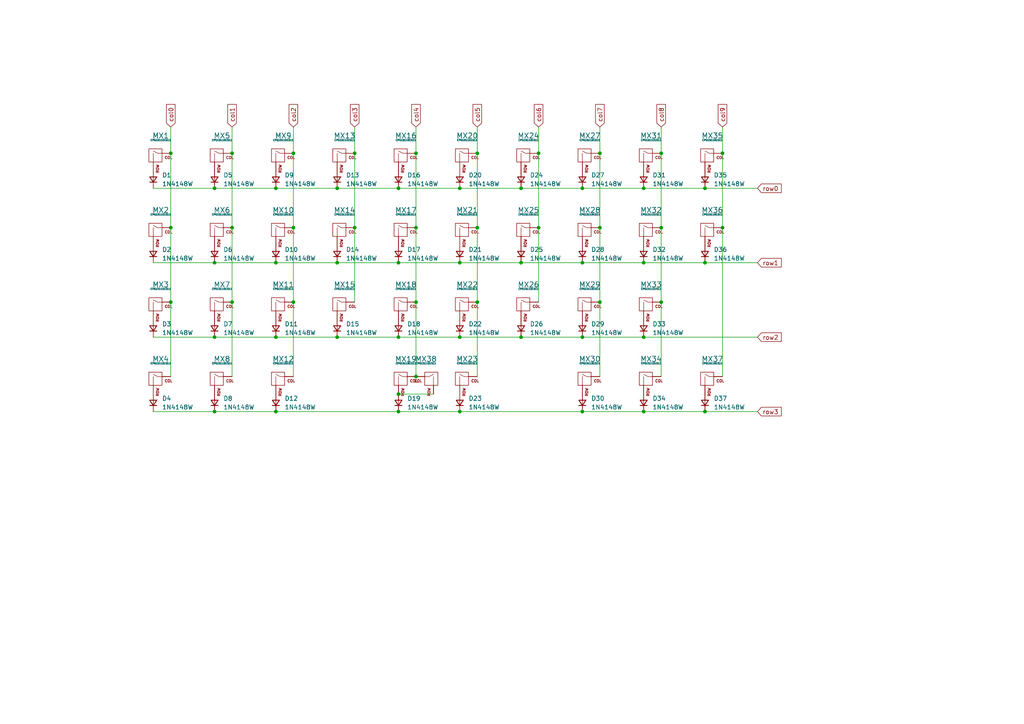
<source format=kicad_sch>
(kicad_sch (version 20230121) (generator eeschema)
  (paper "A4")
  (lib_symbols
    (symbol "Device:D_Small" (pin_numbers hide) (pin_names (offset 0.254) hide)
      (property "Reference" "D" (at -1.27 2.032 0))
      (property "Value" "D_Small" (at -3.81 -2.032 0))
      (symbol "D_Small_0_1"
        (polyline (pts (xy -0.762 -1.016) (xy -0.762 1.016)) (stroke (width 0.254)))
        (polyline (pts (xy -0.762 0) (xy 0.762 0)))
        (polyline (pts (xy 0.762 -1.016) (xy -0.762 0) (xy 0.762 1.016) (xy 0.762 -1.016)) (stroke (width 0.254)))
      )
      (symbol "D_Small_1_1"
        (pin passive line (at -2.54 0 0) (length 1.778) (name "K") (number "1"))
        (pin passive line (at 2.54 0 180) (length 1.778) (name "A") (number "2"))
      )
    )
    (symbol "cipulot_parts:MX-NoLED" (pin_names (offset 1.016))
      (property "Reference" "MX" (at -0.635 3.81 0))
      (property "Value" "MX-NoLED" (at -0.635 1.27 0))
      (symbol "MX-NoLED_0_0"
        (rectangle (start -2.54 2.54) (end 1.27 -1.27))
        (polyline (pts (xy -1.27 -1.27) (xy -1.27 1.27)) (stroke (width 0.127)))
        (polyline (pts (xy 1.27 1.27) (xy 0 1.27) (xy -1.27 1.905)) (stroke (width 0.127)))
        (text "COL" (at 3.175 0 0) (effects (font (size 0.762 0.762))))
        (text "ROW" (at 0 -1.905 900) (effects (font (size 0.762 0.762)) (justify right)))
      )
      (symbol "MX-NoLED_1_1"
        (pin passive line (at 3.81 1.27 180) (length 2.54) (name "COL") (number "1"))
        (pin passive line (at -1.27 -3.81 90) (length 2.54) (name "ROW") (number "2"))
      )
    )
  )
  (junction (at 120.65 44.45))
  (junction (at 168.91 54.61))
  (junction (at 102.87 66.04))
  (junction (at 186.69 54.61))
  (junction (at 186.69 76.2))
  (junction (at 156.21 66.04))
  (junction (at 138.43 44.45))
  (junction (at 173.99 44.45))
  (junction (at 168.91 76.2))
  (junction (at 85.09 87.63))
  (junction (at 62.23 119.38))
  (junction (at 151.13 54.61))
  (junction (at 151.13 97.79))
  (junction (at 115.57 97.79))
  (junction (at 204.47 119.38))
  (junction (at 97.79 76.2))
  (junction (at 120.65 87.63))
  (junction (at 49.53 44.45))
  (junction (at 133.35 97.79))
  (junction (at 186.69 119.38))
  (junction (at 133.35 54.61))
  (junction (at 204.47 76.2))
  (junction (at 80.01 119.38))
  (junction (at 120.65 109.22))
  (junction (at 138.43 87.63))
  (junction (at 156.21 44.45))
  (junction (at 80.01 76.2))
  (junction (at 209.55 66.04))
  (junction (at 85.09 44.45))
  (junction (at 186.69 97.79))
  (junction (at 138.43 66.04))
  (junction (at 173.99 66.04))
  (junction (at 115.57 119.38))
  (junction (at 67.31 44.45))
  (junction (at 49.53 66.04))
  (junction (at 191.77 66.04))
  (junction (at 80.01 54.61))
  (junction (at 49.53 87.63))
  (junction (at 191.77 44.45))
  (junction (at 133.35 119.38))
  (junction (at 168.91 97.79))
  (junction (at 191.77 87.63))
  (junction (at 62.23 76.2))
  (junction (at 120.65 66.04))
  (junction (at 62.23 97.79))
  (junction (at 67.31 87.63))
  (junction (at 67.31 66.04))
  (junction (at 85.09 66.04))
  (junction (at 97.79 97.79))
  (junction (at 80.01 97.79))
  (junction (at 102.87 44.45))
  (junction (at 173.99 87.63))
  (junction (at 204.47 54.61))
  (junction (at 209.55 44.45))
  (junction (at 115.57 76.2))
  (junction (at 133.35 76.2))
  (junction (at 97.79 54.61))
  (junction (at 168.91 119.38))
  (junction (at 115.57 114.3))
  (junction (at 115.57 54.61))
  (junction (at 151.13 76.2))
  (junction (at 62.23 54.61))
  (wire (pts (xy 120.65 44.45) (xy 120.65 66.04)))
  (wire (pts (xy 191.77 44.45) (xy 191.77 66.04)))
  (wire (pts (xy 191.77 66.04) (xy 191.77 87.63)))
  (wire (pts (xy 156.21 66.04) (xy 156.21 87.63)))
  (wire (pts (xy 80.01 76.2) (xy 62.23 76.2)))
  (wire (pts (xy 133.35 97.79) (xy 151.13 97.79)))
  (wire (pts (xy 138.43 87.63) (xy 138.43 109.22)))
  (wire (pts (xy 168.91 76.2) (xy 151.13 76.2)))
  (wire (pts (xy 44.45 119.38) (xy 62.23 119.38)))
  (wire (pts (xy 204.47 54.61) (xy 219.71 54.61)))
  (wire (pts (xy 120.65 87.63) (xy 120.65 109.22)))
  (wire (pts (xy 49.53 66.04) (xy 49.53 87.63)))
  (wire (pts (xy 168.91 97.79) (xy 186.69 97.79)))
  (wire (pts (xy 133.35 119.38) (xy 168.91 119.38)))
  (wire (pts (xy 156.21 44.45) (xy 156.21 66.04)))
  (wire (pts (xy 209.55 36.83) (xy 209.55 44.45)))
  (wire (pts (xy 67.31 44.45) (xy 67.31 66.04)))
  (wire (pts (xy 120.65 66.04) (xy 120.65 87.63)))
  (wire (pts (xy 49.53 36.83) (xy 49.53 44.45)))
  (wire (pts (xy 209.55 66.04) (xy 209.55 109.22)))
  (wire (pts (xy 67.31 66.04) (xy 67.31 87.63)))
  (wire (pts (xy 156.21 36.83) (xy 156.21 44.45)))
  (wire (pts (xy 138.43 44.45) (xy 138.43 66.04)))
  (wire (pts (xy 115.57 119.38) (xy 133.35 119.38)))
  (wire (pts (xy 115.57 114.3) (xy 125.73 114.3)))
  (wire (pts (xy 102.87 36.83) (xy 102.87 44.45)))
  (wire (pts (xy 186.69 54.61) (xy 204.47 54.61)))
  (wire (pts (xy 80.01 97.79) (xy 97.79 97.79)))
  (wire (pts (xy 97.79 76.2) (xy 80.01 76.2)))
  (wire (pts (xy 102.87 66.04) (xy 102.87 87.63)))
  (wire (pts (xy 102.87 44.45) (xy 102.87 66.04)))
  (wire (pts (xy 115.57 54.61) (xy 133.35 54.61)))
  (wire (pts (xy 67.31 36.83) (xy 67.31 44.45)))
  (wire (pts (xy 85.09 87.63) (xy 85.09 109.22)))
  (wire (pts (xy 62.23 54.61) (xy 80.01 54.61)))
  (wire (pts (xy 168.91 119.38) (xy 186.69 119.38)))
  (wire (pts (xy 173.99 44.45) (xy 173.99 66.04)))
  (wire (pts (xy 62.23 97.79) (xy 80.01 97.79)))
  (wire (pts (xy 85.09 44.45) (xy 85.09 66.04)))
  (wire (pts (xy 151.13 54.61) (xy 168.91 54.61)))
  (wire (pts (xy 97.79 97.79) (xy 115.57 97.79)))
  (wire (pts (xy 133.35 54.61) (xy 151.13 54.61)))
  (wire (pts (xy 168.91 54.61) (xy 186.69 54.61)))
  (wire (pts (xy 120.65 36.83) (xy 120.65 44.45)))
  (wire (pts (xy 191.77 87.63) (xy 191.77 109.22)))
  (wire (pts (xy 138.43 66.04) (xy 138.43 87.63)))
  (wire (pts (xy 49.53 87.63) (xy 49.53 109.22)))
  (wire (pts (xy 173.99 87.63) (xy 173.99 109.22)))
  (wire (pts (xy 186.69 97.79) (xy 219.71 97.79)))
  (wire (pts (xy 133.35 76.2) (xy 115.57 76.2)))
  (wire (pts (xy 204.47 76.2) (xy 186.69 76.2)))
  (wire (pts (xy 44.45 97.79) (xy 62.23 97.79)))
  (wire (pts (xy 219.71 76.2) (xy 204.47 76.2)))
  (wire (pts (xy 204.47 119.38) (xy 219.71 119.38)))
  (wire (pts (xy 115.57 76.2) (xy 97.79 76.2)))
  (wire (pts (xy 173.99 36.83) (xy 173.99 44.45)))
  (wire (pts (xy 173.99 66.04) (xy 173.99 87.63)))
  (wire (pts (xy 97.79 54.61) (xy 115.57 54.61)))
  (wire (pts (xy 85.09 66.04) (xy 85.09 87.63)))
  (wire (pts (xy 186.69 76.2) (xy 168.91 76.2)))
  (wire (pts (xy 44.45 54.61) (xy 62.23 54.61)))
  (wire (pts (xy 186.69 119.38) (xy 204.47 119.38)))
  (wire (pts (xy 115.57 97.79) (xy 133.35 97.79)))
  (wire (pts (xy 80.01 119.38) (xy 115.57 119.38)))
  (wire (pts (xy 67.31 87.63) (xy 67.31 109.22)))
  (wire (pts (xy 62.23 119.38) (xy 80.01 119.38)))
  (wire (pts (xy 138.43 36.83) (xy 138.43 44.45)))
  (wire (pts (xy 85.09 36.83) (xy 85.09 44.45)))
  (wire (pts (xy 62.23 76.2) (xy 44.45 76.2)))
  (wire (pts (xy 49.53 44.45) (xy 49.53 66.04)))
  (wire (pts (xy 151.13 76.2) (xy 133.35 76.2)))
  (wire (pts (xy 80.01 54.61) (xy 97.79 54.61)))
  (wire (pts (xy 209.55 44.45) (xy 209.55 66.04)))
  (wire (pts (xy 191.77 36.83) (xy 191.77 44.45)))
  (wire (pts (xy 151.13 97.79) (xy 168.91 97.79)))
  (global_label "col0" (shape input) (at 49.53 36.83 90) (property "Intersheetrefs" "${INTERSHEET_REFS}" (effects hide)))
  (global_label "col9" (shape input) (at 209.55 36.83 90) (property "Intersheetrefs" "${INTERSHEET_REFS}" (effects hide)))
  (global_label "row0" (shape input) (at 219.71 54.61 0) (property "Intersheetrefs" "${INTERSHEET_REFS}" (effects hide)))
  (global_label "col3" (shape input) (at 102.87 36.83 90) (property "Intersheetrefs" "${INTERSHEET_REFS}" (effects hide)))
  (global_label "col6" (shape input) (at 156.21 36.83 90) (property "Intersheetrefs" "${INTERSHEET_REFS}" (effects hide)))
  (global_label "col7" (shape input) (at 173.99 36.83 90) (property "Intersheetrefs" "${INTERSHEET_REFS}" (effects hide)))
  (global_label "col4" (shape input) (at 120.65 36.83 90) (property "Intersheetrefs" "${INTERSHEET_REFS}" (effects hide)))
  (global_label "row3" (shape input) (at 219.71 119.38 0) (property "Intersheetrefs" "${INTERSHEET_REFS}" (effects hide)))
  (global_label "row2" (shape input) (at 219.71 97.79 0) (property "Intersheetrefs" "${INTERSHEET_REFS}" (effects hide)))
  (global_label "row1" (shape input) (at 219.71 76.2 0) (property "Intersheetrefs" "${INTERSHEET_REFS}" (effects hide)))
  (global_label "col5" (shape input) (at 138.43 36.83 90) (property "Intersheetrefs" "${INTERSHEET_REFS}" (effects hide)))
  (global_label "col1" (shape input) (at 67.31 36.83 90) (property "Intersheetrefs" "${INTERSHEET_REFS}" (effects hide)))
  (global_label "col2" (shape input) (at 85.09 36.83 90) (property "Intersheetrefs" "${INTERSHEET_REFS}" (effects hide)))
  (global_label "col8" (shape input) (at 191.77 36.83 90) (property "Intersheetrefs" "${INTERSHEET_REFS}" (effects hide)))
  (symbol (lib_id "cipulot_parts:MX-NoLED") (at 116.84 110.49 0) (unit 1)
    (property "Reference" "MX19" (at 117.7256 104.14 0) (effects (font (size 1.524 1.524))))
    (property "Value" "CPG151101S11" (at 117.7256 105.41 0) (effects (font (size 0.508 0.508))))
    (property "Footprint" "MX_Only:MXOnly-2U-Hotswap-ReversedStabilizers" (effects hide))
    (property "LCSC" "C2803348" (effects hide))
  )
  (symbol (lib_id "Device:D_Small") (at 204.47 52.07 90) (unit 1)
    (property "Reference" "D35" (at 207.01 50.8 90) (effects (justify right)))
    (property "Value" "1N4148W" (at 207.01 53.34 90) (effects (justify right)))
    (property "Footprint" "Diode_SMD:D_SOD-123" (effects hide))
  )
  (symbol (lib_id "cipulot_parts:MX-NoLED") (at 124.46 110.49 0) (mirror y) (unit 1)
    (property "Reference" "MX38" (at 123.5744 104.14 0) (effects (font (size 1.524 1.524))))
    (property "Value" "CPG151101S11" (at 123.5744 105.41 0) (effects (font (size 0.508 0.508))))
    (property "Footprint" "MX_Only:MXOnly-2U-Hotswap-ReversedStabilizers" (effects hide))
    (property "LCSC" "C2803348" (effects hide))
    (property "Note" "Footprint modified to accommodate 4u reversed stabilizer" (effects hide))
  )
  (symbol (lib_id "Device:D_Small") (at 186.69 73.66 90) (unit 1)
    (property "Reference" "D32" (at 189.23 72.39 90) (effects (justify right)))
    (property "Value" "1N4148W" (at 189.23 74.93 90) (effects (justify right)))
    (property "Footprint" "Diode_SMD:D_SOD-123" (effects hide))
  )
  (symbol (lib_id "Device:D_Small") (at 133.35 52.07 90) (unit 1)
    (property "Reference" "D20" (at 135.89 50.8 90) (effects (justify right)))
    (property "Value" "1N4148W" (at 135.89 53.34 90) (effects (justify right)))
    (property "Footprint" "Diode_SMD:D_SOD-123" (effects hide))
  )
  (symbol (lib_id "Device:D_Small") (at 186.69 116.84 90) (unit 1)
    (property "Reference" "D34" (at 189.23 115.57 90) (effects (justify right)))
    (property "Value" "1N4148W" (at 189.23 118.11 90) (effects (justify right)))
    (property "Footprint" "Diode_SMD:D_SOD-123" (effects hide))
  )
  (symbol (lib_id "Device:D_Small") (at 44.45 95.25 90) (unit 1)
    (property "Reference" "D3" (at 46.99 93.98 90) (effects (justify right)))
    (property "Value" "1N4148W" (at 46.99 96.52 90) (effects (justify right)))
    (property "Footprint" "Diode_SMD:D_SOD-123" (effects hide))
  )
  (symbol (lib_id "cipulot_parts:MX-NoLED") (at 205.74 45.72 0) (unit 1)
    (property "Reference" "MX35" (at 206.6256 39.37 0) (effects (font (size 1.524 1.524))))
    (property "Value" "CPG151101S11" (at 206.6256 40.64 0) (effects (font (size 0.508 0.508))))
    (property "Footprint" "MX_Only:MXOnly-1.5U-Hotswap" (effects hide))
    (property "LCSC" "C2803348" (effects hide))
  )
  (symbol (lib_id "cipulot_parts:MX-NoLED") (at 170.18 110.49 0) (unit 1)
    (property "Reference" "MX30" (at 171.0656 104.14 0) (effects (font (size 1.524 1.524))))
    (property "Value" "CPG151101S11" (at 171.0656 105.41 0) (effects (font (size 0.508 0.508))))
    (property "Footprint" "MX_Only:MXOnly-1U-Hotswap" (effects hide))
    (property "LCSC" "C2803348" (effects hide))
  )
  (symbol (lib_id "Device:D_Small") (at 115.57 73.66 90) (unit 1)
    (property "Reference" "D17" (at 118.11 72.39 90) (effects (justify right)))
    (property "Value" "1N4148W" (at 118.11 74.93 90) (effects (justify right)))
    (property "Footprint" "Diode_SMD:D_SOD-123" (effects hide))
  )
  (symbol (lib_id "cipulot_parts:MX-NoLED") (at 187.96 88.9 0) (unit 1)
    (property "Reference" "MX33" (at 188.8456 82.55 0) (effects (font (size 1.524 1.524))))
    (property "Value" "CPG151101S11" (at 188.8456 83.82 0) (effects (font (size 0.508 0.508))))
    (property "Footprint" "MX_Only:MXOnly-1.75U-Hotswap" (effects hide))
    (property "LCSC" "C2803348" (effects hide))
  )
  (symbol (lib_id "Device:D_Small") (at 133.35 73.66 90) (unit 1)
    (property "Reference" "D21" (at 135.89 72.39 90) (effects (justify right)))
    (property "Value" "1N4148W" (at 135.89 74.93 90) (effects (justify right)))
    (property "Footprint" "Diode_SMD:D_SOD-123" (effects hide))
  )
  (symbol (lib_id "cipulot_parts:MX-NoLED") (at 81.28 88.9 0) (unit 1)
    (property "Reference" "MX11" (at 82.1656 82.55 0) (effects (font (size 1.524 1.524))))
    (property "Value" "CPG151101S11" (at 82.1656 83.82 0) (effects (font (size 0.508 0.508))))
    (property "Footprint" "MX_Only:MXOnly-1U-Hotswap" (effects hide))
    (property "LCSC" "C2803348" (effects hide))
  )
  (symbol (lib_id "Device:D_Small") (at 115.57 95.25 90) (unit 1)
    (property "Reference" "D18" (at 118.11 93.98 90) (effects (justify right)))
    (property "Value" "1N4148W" (at 118.11 96.52 90) (effects (justify right)))
    (property "Footprint" "Diode_SMD:D_SOD-123" (effects hide))
  )
  (symbol (lib_id "Device:D_Small") (at 168.91 116.84 90) (unit 1)
    (property "Reference" "D30" (at 171.45 115.57 90) (effects (justify right)))
    (property "Value" "1N4148W" (at 171.45 118.11 90) (effects (justify right)))
    (property "Footprint" "Diode_SMD:D_SOD-123" (effects hide))
  )
  (symbol (lib_id "cipulot_parts:MX-NoLED") (at 63.5 45.72 0) (unit 1)
    (property "Reference" "MX5" (at 64.3856 39.37 0) (effects (font (size 1.524 1.524))))
    (property "Value" "CPG151101S11" (at 64.3856 40.64 0) (effects (font (size 0.508 0.508))))
    (property "Footprint" "MX_Only:MXOnly-1U-Hotswap" (effects hide))
    (property "LCSC" "C2803348" (effects hide))
  )
  (symbol (lib_id "cipulot_parts:MX-NoLED") (at 152.4 88.9 0) (unit 1)
    (property "Reference" "MX26" (at 153.2856 82.55 0) (effects (font (size 1.524 1.524))))
    (property "Value" "CPG151101S11" (at 153.2856 83.82 0) (effects (font (size 0.508 0.508))))
    (property "Footprint" "MX_Only:MXOnly-1U-Hotswap" (effects hide))
    (property "LCSC" "C2803348" (effects hide))
  )
  (symbol (lib_id "cipulot_parts:MX-NoLED") (at 205.74 67.31 0) (unit 1)
    (property "Reference" "MX36" (at 206.6256 60.96 0) (effects (font (size 1.524 1.524))))
    (property "Value" "CPG151101S11" (at 206.6256 62.23 0) (effects (font (size 0.508 0.508))))
    (property "Footprint" "MX_Only:MXOnly-1.25U-Hotswap" (effects hide))
    (property "LCSC" "C2803348" (effects hide))
  )
  (symbol (lib_id "cipulot_parts:MX-NoLED") (at 170.18 45.72 0) (unit 1)
    (property "Reference" "MX27" (at 171.0656 39.37 0) (effects (font (size 1.524 1.524))))
    (property "Value" "CPG151101S11" (at 171.0656 40.64 0) (effects (font (size 0.508 0.508))))
    (property "Footprint" "MX_Only:MXOnly-1U-Hotswap" (effects hide))
    (property "LCSC" "C2803348" (effects hide))
  )
  (symbol (lib_id "Device:D_Small") (at 186.69 95.25 90) (unit 1)
    (property "Reference" "D33" (at 189.23 93.98 90) (effects (justify right)))
    (property "Value" "1N4148W" (at 189.23 96.52 90) (effects (justify right)))
    (property "Footprint" "Diode_SMD:D_SOD-123" (effects hide))
  )
  (symbol (lib_id "Device:D_Small") (at 115.57 52.07 90) (unit 1)
    (property "Reference" "D16" (at 118.11 50.8 90) (effects (justify right)))
    (property "Value" "1N4148W" (at 118.11 53.34 90) (effects (justify right)))
    (property "Footprint" "Diode_SMD:D_SOD-123" (effects hide))
  )
  (symbol (lib_id "cipulot_parts:MX-NoLED") (at 45.72 45.72 0) (unit 1)
    (property "Reference" "MX1" (at 46.6056 39.37 0) (effects (font (size 1.524 1.524))))
    (property "Value" "CPG151101S11" (at 46.6056 40.64 0) (effects (font (size 0.508 0.508))))
    (property "Footprint" "MX_Only:MXOnly-1U-Hotswap" (effects hide))
    (property "Datasheet" "https://datasheet.lcsc.com/lcsc/2202281830_Kailh-CPG151101S11_C2803348.pdf" (effects hide))
    (property "LCSC" "C2803348" (effects hide))
  )
  (symbol (lib_id "cipulot_parts:MX-NoLED") (at 116.84 88.9 0) (unit 1)
    (property "Reference" "MX18" (at 117.7256 82.55 0) (effects (font (size 1.524 1.524))))
    (property "Value" "CPG151101S11" (at 117.7256 83.82 0) (effects (font (size 0.508 0.508))))
    (property "Footprint" "MX_Only:MXOnly-1U-Hotswap" (effects hide))
    (property "LCSC" "C2803348" (effects hide))
  )
  (symbol (lib_id "Device:D_Small") (at 133.35 116.84 90) (unit 1)
    (property "Reference" "D23" (at 135.89 115.57 90) (effects (justify right)))
    (property "Value" "1N4148W" (at 135.89 118.11 90) (effects (justify right)))
    (property "Footprint" "Diode_SMD:D_SOD-123" (effects hide))
  )
  (symbol (lib_id "Device:D_Small") (at 168.91 73.66 90) (unit 1)
    (property "Reference" "D28" (at 171.45 72.39 90) (effects (justify right)))
    (property "Value" "1N4148W" (at 171.45 74.93 90) (effects (justify right)))
    (property "Footprint" "Diode_SMD:D_SOD-123" (effects hide))
  )
  (symbol (lib_id "cipulot_parts:MX-NoLED") (at 187.96 110.49 0) (unit 1)
    (property "Reference" "MX34" (at 188.8456 104.14 0) (effects (font (size 1.524 1.524))))
    (property "Value" "CPG151101S11" (at 188.8456 105.41 0) (effects (font (size 0.508 0.508))))
    (property "Footprint" "MX_Only:MXOnly-1U-Hotswap" (effects hide))
    (property "LCSC" "C2803348" (effects hide))
  )
  (symbol (lib_id "cipulot_parts:MX-NoLED") (at 152.4 45.72 0) (unit 1)
    (property "Reference" "MX24" (at 153.2856 39.37 0) (effects (font (size 1.524 1.524))))
    (property "Value" "CPG151101S11" (at 153.2856 40.64 0) (effects (font (size 0.508 0.508))))
    (property "Footprint" "MX_Only:MXOnly-1U-Hotswap" (effects hide))
    (property "LCSC" "C2803348" (effects hide))
  )
  (symbol (lib_id "cipulot_parts:MX-NoLED") (at 45.72 88.9 0) (unit 1)
    (property "Reference" "MX3" (at 46.6056 82.55 0) (effects (font (size 1.524 1.524))))
    (property "Value" "CPG151101S11" (at 46.6056 83.82 0) (effects (font (size 0.508 0.508))))
    (property "Footprint" "MX_Only:MXOnly-1.75U-Hotswap" (effects hide))
    (property "LCSC" "C2803348" (effects hide))
  )
  (symbol (lib_id "Device:D_Small") (at 151.13 52.07 90) (unit 1)
    (property "Reference" "D24" (at 153.67 50.8 90) (effects (justify right)))
    (property "Value" "1N4148W" (at 153.67 53.34 90) (effects (justify right)))
    (property "Footprint" "Diode_SMD:D_SOD-123" (effects hide))
  )
  (symbol (lib_id "cipulot_parts:MX-NoLED") (at 45.72 110.49 0) (unit 1)
    (property "Reference" "MX4" (at 46.6056 104.14 0) (effects (font (size 1.524 1.524))))
    (property "Value" "CPG151101S11" (at 46.6056 105.41 0) (effects (font (size 0.508 0.508))))
    (property "Footprint" "MX_Only:MXOnly-1U-Hotswap" (effects hide))
    (property "LCSC" "C2803348" (effects hide))
  )
  (symbol (lib_id "cipulot_parts:MX-NoLED") (at 170.18 88.9 0) (unit 1)
    (property "Reference" "MX29" (at 171.0656 82.55 0) (effects (font (size 1.524 1.524))))
    (property "Value" "CPG151101S11" (at 171.0656 83.82 0) (effects (font (size 0.508 0.508))))
    (property "Footprint" "MX_Only:MXOnly-1U-Hotswap" (effects hide))
    (property "LCSC" "C2803348" (effects hide))
  )
  (symbol (lib_id "Device:D_Small") (at 204.47 116.84 90) (unit 1)
    (property "Reference" "D37" (at 207.01 115.57 90) (effects (justify right)))
    (property "Value" "1N4148W" (at 207.01 118.11 90) (effects (justify right)))
    (property "Footprint" "Diode_SMD:D_SOD-123" (effects hide))
  )
  (symbol (lib_id "Device:D_Small") (at 97.79 52.07 90) (unit 1)
    (property "Reference" "D13" (at 100.33 50.8 90) (effects (justify right)))
    (property "Value" "1N4148W" (at 100.33 53.34 90) (effects (justify right)))
    (property "Footprint" "Diode_SMD:D_SOD-123" (effects hide))
  )
  (symbol (lib_id "cipulot_parts:MX-NoLED") (at 187.96 67.31 0) (unit 1)
    (property "Reference" "MX32" (at 188.8456 60.96 0) (effects (font (size 1.524 1.524))))
    (property "Value" "CPG151101S11" (at 188.8456 62.23 0) (effects (font (size 0.508 0.508))))
    (property "Footprint" "MX_Only:MXOnly-1U-Hotswap" (effects hide))
    (property "LCSC" "C2803348" (effects hide))
  )
  (symbol (lib_id "Device:D_Small") (at 62.23 52.07 90) (unit 1)
    (property "Reference" "D5" (at 64.77 50.8 90) (effects (justify right)))
    (property "Value" "1N4148W" (at 64.77 53.34 90) (effects (justify right)))
    (property "Footprint" "Diode_SMD:D_SOD-123" (effects hide))
  )
  (symbol (lib_id "cipulot_parts:MX-NoLED") (at 99.06 67.31 0) (unit 1)
    (property "Reference" "MX14" (at 99.9456 60.96 0) (effects (font (size 1.524 1.524))))
    (property "Value" "CPG151101S11" (at 99.9456 62.23 0) (effects (font (size 0.508 0.508))))
    (property "Footprint" "MX_Only:MXOnly-1U-Hotswap" (effects hide))
    (property "LCSC" "C2803348" (effects hide))
  )
  (symbol (lib_id "Device:D_Small") (at 44.45 52.07 90) (unit 1)
    (property "Reference" "D1" (at 46.99 50.8 90) (effects (justify right)))
    (property "Value" "1N4148W" (at 46.99 53.34 90) (effects (justify right)))
    (property "Footprint" "Diode_SMD:D_SOD-123" (effects hide))
  )
  (symbol (lib_id "Device:D_Small") (at 133.35 95.25 90) (unit 1)
    (property "Reference" "D22" (at 135.89 93.98 90) (effects (justify right)))
    (property "Value" "1N4148W" (at 135.89 96.52 90) (effects (justify right)))
    (property "Footprint" "Diode_SMD:D_SOD-123" (effects hide))
  )
  (symbol (lib_id "Device:D_Small") (at 44.45 116.84 90) (unit 1)
    (property "Reference" "D4" (at 46.99 115.57 90) (effects (justify right)))
    (property "Value" "1N4148W" (at 46.99 118.11 90) (effects (justify right)))
    (property "Footprint" "Diode_SMD:D_SOD-123" (effects hide))
  )
  (symbol (lib_id "Device:D_Small") (at 186.69 52.07 90) (unit 1)
    (property "Reference" "D31" (at 189.23 50.8 90) (effects (justify right)))
    (property "Value" "1N4148W" (at 189.23 53.34 90) (effects (justify right)))
    (property "Footprint" "Diode_SMD:D_SOD-123" (effects hide))
  )
  (symbol (lib_id "Device:D_Small") (at 80.01 116.84 90) (unit 1)
    (property "Reference" "D12" (at 82.55 115.57 90) (effects (justify right)))
    (property "Value" "1N4148W" (at 82.55 118.11 90) (effects (justify right)))
    (property "Footprint" "Diode_SMD:D_SOD-123" (effects hide))
  )
  (symbol (lib_id "Device:D_Small") (at 62.23 73.66 90) (unit 1)
    (property "Reference" "D6" (at 64.77 72.39 90) (effects (justify right)))
    (property "Value" "1N4148W" (at 64.77 74.93 90) (effects (justify right)))
    (property "Footprint" "Diode_SMD:D_SOD-123" (effects hide))
  )
  (symbol (lib_id "cipulot_parts:MX-NoLED") (at 99.06 45.72 0) (unit 1)
    (property "Reference" "MX13" (at 99.9456 39.37 0) (effects (font (size 1.524 1.524))))
    (property "Value" "CPG151101S11" (at 99.9456 40.64 0) (effects (font (size 0.508 0.508))))
    (property "Footprint" "MX_Only:MXOnly-1U-Hotswap" (effects hide))
    (property "LCSC" "C2803348" (effects hide))
  )
  (symbol (lib_id "cipulot_parts:MX-NoLED") (at 134.62 45.72 0) (unit 1)
    (property "Reference" "MX20" (at 135.5056 39.37 0) (effects (font (size 1.524 1.524))))
    (property "Value" "CPG151101S11" (at 135.5056 40.64 0) (effects (font (size 0.508 0.508))))
    (property "Footprint" "MX_Only:MXOnly-1U-Hotswap" (effects hide))
    (property "LCSC" "C2803348" (effects hide))
  )
  (symbol (lib_id "cipulot_parts:MX-NoLED") (at 134.62 110.49 0) (unit 1)
    (property "Reference" "MX23" (at 135.5056 104.14 0) (effects (font (size 1.524 1.524))))
    (property "Value" "CPG151101S11" (at 135.5056 105.41 0) (effects (font (size 0.508 0.508))))
    (property "Footprint" "MX_Only:MXOnly-2U-Hotswap-ReversedStabilizers" (effects hide))
    (property "LCSC" "C2803348" (effects hide))
  )
  (symbol (lib_id "cipulot_parts:MX-NoLED") (at 63.5 67.31 0) (unit 1)
    (property "Reference" "MX6" (at 64.3856 60.96 0) (effects (font (size 1.524 1.524))))
    (property "Value" "CPG151101S11" (at 64.3856 62.23 0) (effects (font (size 0.508 0.508))))
    (property "Footprint" "MX_Only:MXOnly-1U-Hotswap" (effects hide))
    (property "LCSC" "C2803348" (effects hide))
  )
  (symbol (lib_id "cipulot_parts:MX-NoLED") (at 187.96 45.72 0) (unit 1)
    (property "Reference" "MX31" (at 188.8456 39.37 0) (effects (font (size 1.524 1.524))))
    (property "Value" "CPG151101S11" (at 188.8456 40.64 0) (effects (font (size 0.508 0.508))))
    (property "Footprint" "MX_Only:MXOnly-1U-Hotswap" (effects hide))
    (property "LCSC" "C2803348" (effects hide))
  )
  (symbol (lib_id "cipulot_parts:MX-NoLED") (at 205.74 110.49 0) (unit 1)
    (property "Reference" "MX37" (at 206.6256 104.14 0) (effects (font (size 1.524 1.524))))
    (property "Value" "CPG151101S11" (at 206.6256 105.41 0) (effects (font (size 0.508 0.508))))
    (property "Footprint" "MX_Only:MXOnly-1U-Hotswap" (effects hide))
    (property "LCSC" "C2803348" (effects hide))
  )
  (symbol (lib_id "cipulot_parts:MX-NoLED") (at 134.62 88.9 0) (unit 1)
    (property "Reference" "MX22" (at 135.5056 82.55 0) (effects (font (size 1.524 1.524))))
    (property "Value" "CPG151101S11" (at 135.5056 83.82 0) (effects (font (size 0.508 0.508))))
    (property "Footprint" "MX_Only:MXOnly-1U-Hotswap" (effects hide))
    (property "LCSC" "C2803348" (effects hide))
  )
  (symbol (lib_id "cipulot_parts:MX-NoLED") (at 81.28 45.72 0) (unit 1)
    (property "Reference" "MX9" (at 82.1656 39.37 0) (effects (font (size 1.524 1.524))))
    (property "Value" "CPG151101S11" (at 82.1656 40.64 0) (effects (font (size 0.508 0.508))))
    (property "Footprint" "MX_Only:MXOnly-1U-Hotswap" (effects hide))
    (property "LCSC" "C2803348" (effects hide))
  )
  (symbol (lib_id "Device:D_Small") (at 115.57 116.84 90) (unit 1)
    (property "Reference" "D19" (at 118.11 115.57 90) (effects (justify right)))
    (property "Value" "1N4148W" (at 118.11 118.11 90) (effects (justify right)))
    (property "Footprint" "Diode_SMD:D_SOD-123" (effects hide))
  )
  (symbol (lib_id "cipulot_parts:MX-NoLED") (at 63.5 110.49 0) (unit 1)
    (property "Reference" "MX8" (at 64.3856 104.14 0) (effects (font (size 1.524 1.524))))
    (property "Value" "CPG151101S11" (at 64.3856 105.41 0) (effects (font (size 0.508 0.508))))
    (property "Footprint" "MX_Only:MXOnly-1U-Hotswap" (effects hide))
    (property "LCSC" "C2803348" (effects hide))
  )
  (symbol (lib_id "Device:D_Small") (at 151.13 73.66 90) (unit 1)
    (property "Reference" "D25" (at 153.67 72.39 90) (effects (justify right)))
    (property "Value" "1N4148W" (at 153.67 74.93 90) (effects (justify right)))
    (property "Footprint" "Diode_SMD:D_SOD-123" (effects hide))
  )
  (symbol (lib_id "cipulot_parts:MX-NoLED") (at 116.84 45.72 0) (unit 1)
    (property "Reference" "MX16" (at 117.7256 39.37 0) (effects (font (size 1.524 1.524))))
    (property "Value" "CPG151101S11" (at 117.7256 40.64 0) (effects (font (size 0.508 0.508))))
    (property "Footprint" "MX_Only:MXOnly-1U-Hotswap" (effects hide))
    (property "LCSC" "C2803348" (effects hide))
  )
  (symbol (lib_id "cipulot_parts:MX-NoLED") (at 81.28 110.49 0) (unit 1)
    (property "Reference" "MX12" (at 82.1656 104.14 0) (effects (font (size 1.524 1.524))))
    (property "Value" "CPG151101S11" (at 82.1656 105.41 0) (effects (font (size 0.508 0.508))))
    (property "Footprint" "MX_Only:MXOnly-1U-Hotswap" (effects hide))
    (property "LCSC" "C2803348" (effects hide))
  )
  (symbol (lib_id "Device:D_Small") (at 62.23 95.25 90) (unit 1)
    (property "Reference" "D7" (at 64.77 93.98 90) (effects (justify right)))
    (property "Value" "1N4148W" (at 64.77 96.52 90) (effects (justify right)))
    (property "Footprint" "Diode_SMD:D_SOD-123" (effects hide))
  )
  (symbol (lib_id "Device:D_Small") (at 80.01 95.25 90) (unit 1)
    (property "Reference" "D11" (at 82.55 93.98 90) (effects (justify right)))
    (property "Value" "1N4148W" (at 82.55 96.52 90) (effects (justify right)))
    (property "Footprint" "Diode_SMD:D_SOD-123" (effects hide))
  )
  (symbol (lib_id "Device:D_Small") (at 97.79 95.25 90) (unit 1)
    (property "Reference" "D15" (at 100.33 93.98 90) (effects (justify right)))
    (property "Value" "1N4148W" (at 100.33 96.52 90) (effects (justify right)))
    (property "Footprint" "Diode_SMD:D_SOD-123" (effects hide))
  )
  (symbol (lib_id "Device:D_Small") (at 97.79 73.66 90) (unit 1)
    (property "Reference" "D14" (at 100.33 72.39 90) (effects (justify right)))
    (property "Value" "1N4148W" (at 100.33 74.93 90) (effects (justify right)))
    (property "Footprint" "Diode_SMD:D_SOD-123" (effects hide))
  )
  (symbol (lib_id "Device:D_Small") (at 151.13 95.25 90) (unit 1)
    (property "Reference" "D26" (at 153.67 93.98 90) (effects (justify right)))
    (property "Value" "1N4148W" (at 153.67 96.52 90) (effects (justify right)))
    (property "Footprint" "Diode_SMD:D_SOD-123" (effects hide))
  )
  (symbol (lib_id "cipulot_parts:MX-NoLED") (at 99.06 88.9 0) (unit 1)
    (property "Reference" "MX15" (at 99.9456 82.55 0) (effects (font (size 1.524 1.524))))
    (property "Value" "CPG151101S11" (at 99.9456 83.82 0) (effects (font (size 0.508 0.508))))
    (property "Footprint" "MX_Only:MXOnly-1U-Hotswap" (effects hide))
    (property "LCSC" "C2803348" (effects hide))
  )
  (symbol (lib_id "cipulot_parts:MX-NoLED") (at 152.4 67.31 0) (unit 1)
    (property "Reference" "MX25" (at 153.2856 60.96 0) (effects (font (size 1.524 1.524))))
    (property "Value" "CPG151101S11" (at 153.2856 62.23 0) (effects (font (size 0.508 0.508))))
    (property "Footprint" "MX_Only:MXOnly-1U-Hotswap" (effects hide))
    (property "LCSC" "C2803348" (effects hide))
  )
  (symbol (lib_id "cipulot_parts:MX-NoLED") (at 45.72 67.31 0) (unit 1)
    (property "Reference" "MX2" (at 46.6056 60.96 0) (effects (font (size 1.524 1.524))))
    (property "Value" "CPG151101S11" (at 46.6056 62.23 0) (effects (font (size 0.508 0.508))))
    (property "Footprint" "MX_Only:MXOnly-1.25U-Hotswap" (effects hide))
    (property "LCSC" "C2803348" (effects hide))
  )
  (symbol (lib_id "cipulot_parts:MX-NoLED") (at 116.84 67.31 0) (unit 1)
    (property "Reference" "MX17" (at 117.7256 60.96 0) (effects (font (size 1.524 1.524))))
    (property "Value" "CPG151101S11" (at 117.7256 62.23 0) (effects (font (size 0.508 0.508))))
    (property "Footprint" "MX_Only:MXOnly-1U-Hotswap" (effects hide))
    (property "LCSC" "C2803348" (effects hide))
  )
  (symbol (lib_id "Device:D_Small") (at 80.01 52.07 90) (unit 1)
    (property "Reference" "D9" (at 82.55 50.8 90) (effects (justify right)))
    (property "Value" "1N4148W" (at 82.55 53.34 90) (effects (justify right)))
    (property "Footprint" "Diode_SMD:D_SOD-123" (effects hide))
  )
  (symbol (lib_id "Device:D_Small") (at 62.23 116.84 90) (unit 1)
    (property "Reference" "D8" (at 64.77 115.57 90) (effects (justify right)))
    (property "Value" "1N4148W" (at 64.77 118.11 90) (effects (justify right)))
    (property "Footprint" "Diode_SMD:D_SOD-123" (effects hide))
  )
  (symbol (lib_id "cipulot_parts:MX-NoLED") (at 81.28 67.31 0) (unit 1)
    (property "Reference" "MX10" (at 82.1656 60.96 0) (effects (font (size 1.524 1.524))))
    (property "Value" "CPG151101S11" (at 82.1656 62.23 0) (effects (font (size 0.508 0.508))))
    (property "Footprint" "MX_Only:MXOnly-1U-Hotswap" (effects hide))
    (property "LCSC" "C2803348" (effects hide))
  )
  (symbol (lib_id "Device:D_Small") (at 80.01 73.66 90) (unit 1)
    (property "Reference" "D10" (at 82.55 72.39 90) (effects (justify right)))
    (property "Value" "1N4148W" (at 82.55 74.93 90) (effects (justify right)))
    (property "Footprint" "Diode_SMD:D_SOD-123" (effects hide))
  )
  (symbol (lib_id "Device:D_Small") (at 204.47 73.66 90) (unit 1)
    (property "Reference" "D36" (at 207.01 72.39 90) (effects (justify right)))
    (property "Value" "1N4148W" (at 207.01 74.93 90) (effects (justify right)))
    (property "Footprint" "Diode_SMD:D_SOD-123" (effects hide))
  )
  (symbol (lib_id "Device:D_Small") (at 168.91 95.25 90) (unit 1)
    (property "Reference" "D29" (at 171.45 93.98 90) (effects (justify right)))
    (property "Value" "1N4148W" (at 171.45 96.52 90) (effects (justify right)))
    (property "Footprint" "Diode_SMD:D_SOD-123" (effects hide))
  )
  (symbol (lib_id "cipulot_parts:MX-NoLED") (at 63.5 88.9 0) (unit 1)
    (property "Reference" "MX7" (at 64.3856 82.55 0) (effects (font (size 1.524 1.524))))
    (property "Value" "CPG151101S11" (at 64.3856 83.82 0) (effects (font (size 0.508 0.508))))
    (property "Footprint" "MX_Only:MXOnly-1U-Hotswap" (effects hide))
    (property "LCSC" "C2803348" (effects hide))
  )
  (symbol (lib_id "cipulot_parts:MX-NoLED") (at 170.18 67.31 0) (unit 1)
    (property "Reference" "MX28" (at 171.0656 60.96 0) (effects (font (size 1.524 1.524))))
    (property "Value" "CPG151101S11" (at 171.0656 62.23 0) (effects (font (size 0.508 0.508))))
    (property "Footprint" "MX_Only:MXOnly-1U-Hotswap" (effects hide))
    (property "LCSC" "C2803348" (effects hide))
  )
  (symbol (lib_id "Device:D_Small") (at 168.91 52.07 90) (unit 1)
    (property "Reference" "D27" (at 171.45 50.8 90) (effects (justify right)))
    (property "Value" "1N4148W" (at 171.45 53.34 90) (effects (justify right)))
    (property "Footprint" "Diode_SMD:D_SOD-123" (effects hide))
  )
  (symbol (lib_id "cipulot_parts:MX-NoLED") (at 134.62 67.31 0) (unit 1)
    (property "Reference" "MX21" (at 135.5056 60.96 0) (effects (font (size 1.524 1.524))))
    (property "Value" "CPG151101S11" (at 135.5056 62.23 0) (effects (font (size 0.508 0.508))))
    (property "Footprint" "MX_Only:MXOnly-1U-Hotswap" (effects hide))
    (property "LCSC" "C2803348" (effects hide))
  )
  (symbol (lib_id "Device:D_Small") (at 44.45 73.66 90) (unit 1)
    (property "Reference" "D2" (at 46.99 72.39 90) (effects (justify right)))
    (property "Value" "1N4148W" (at 46.99 74.93 90) (effects (justify right)))
    (property "Footprint" "Diode_SMD:D_SOD-123" (effects hide))
  )
)
</source>
